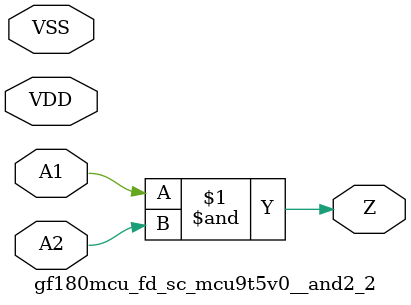
<source format=v>

module gf180mcu_fd_sc_mcu9t5v0__and2_2( A1, A2, Z, VDD, VSS );
input A1, A2;
inout VDD, VSS;
output Z;

	and MGM_BG_0( Z, A1, A2 );

endmodule

</source>
